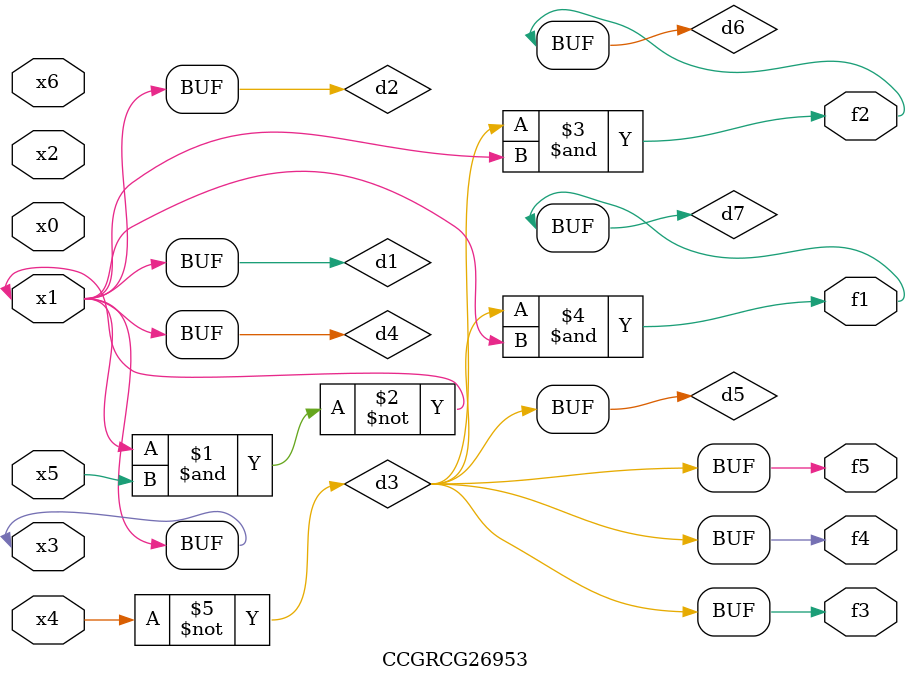
<source format=v>
module CCGRCG26953(
	input x0, x1, x2, x3, x4, x5, x6,
	output f1, f2, f3, f4, f5
);

	wire d1, d2, d3, d4, d5, d6, d7;

	buf (d1, x1, x3);
	nand (d2, x1, x5);
	not (d3, x4);
	buf (d4, d1, d2);
	buf (d5, d3);
	and (d6, d3, d4);
	and (d7, d3, d4);
	assign f1 = d7;
	assign f2 = d6;
	assign f3 = d5;
	assign f4 = d5;
	assign f5 = d5;
endmodule

</source>
